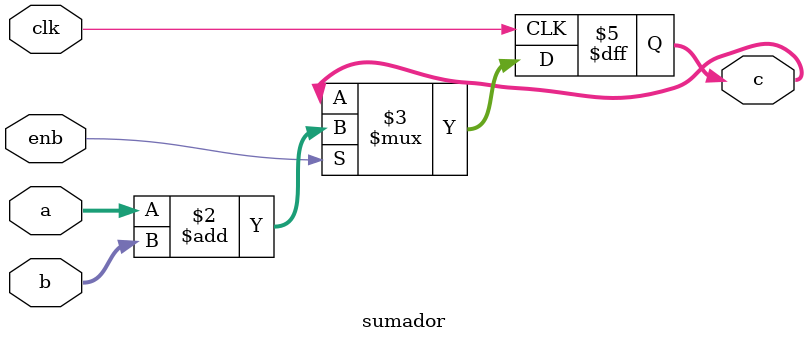
<source format=v>
/* 
Material Circuitos Digitales 2

Archivo: sumador.v 

Descripcion: Este archivo contiene el DUT de un sumador.

Autor: Ing. Ana Eugenia Sanchez Villalobos
*/


/* ALTERNATIVA DE REALIZARLO */
// module sumador (
//     clk ,
//     enb ,    
//     a   ,
//     b   ,
//     c
// );

// input clk ;
// input enb ;
// input a   ;
// input b   ;
// output c  ;


module sumador (
    input clk   ,
    input enb   ,
    input [3:0] a     ,
    input [3:0] b     ,
    output [3:0] c
);

reg c;

always @(posedge clk ) begin
    if(enb) begin
        //Definimos el comportamiento que quiero en mi salida, con las entradas que tengo.
        c <= a + b;
    end //Begin y end no es necesario siempre y cuando sea solo una linea de codigo.
end
    
endmodule
</source>
